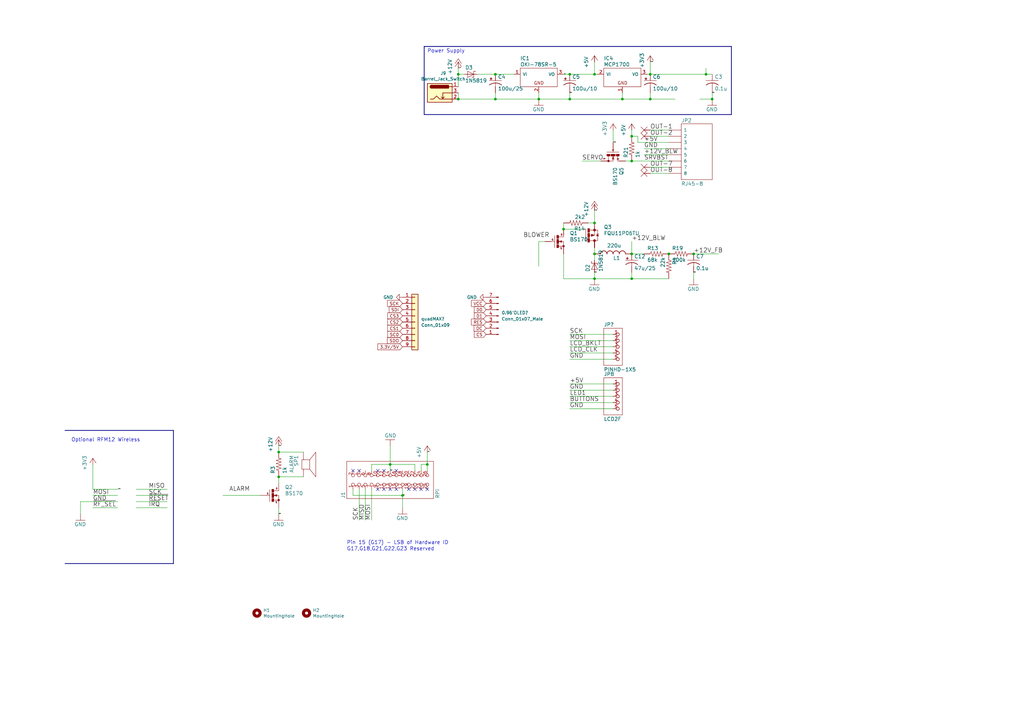
<source format=kicad_sch>
(kicad_sch (version 20211123) (generator eeschema)
  (paper "A3")
  (lib_symbols
    (symbol "Connector:Barrel_Jack_Switch" (pin_names hide)
      (property "Reference" "J" (at 0 5.334 0))
      (property "Value" "Barrel_Jack_Switch" (at 0 -5.08 0))
      (symbol "Barrel_Jack_Switch_0_1"
        (rectangle (start -5.08 3.81) (end 5.08 -3.81) (stroke (width 0.254)) (fill (type background)))
        (arc (start -3.302 3.175) (mid -3.937 2.54) (end -3.302 1.905) (stroke (width 0.254)))
        (arc (start -3.302 3.175) (mid -3.937 2.54) (end -3.302 1.905) (stroke (width 0.254)) (fill (type outline)))
        (polyline (pts (xy 1.27 -2.286) (xy 1.905 -1.651)) (stroke (width 0.254)))
        (polyline (pts (xy 5.08 2.54) (xy 3.81 2.54)) (stroke (width 0.254)))
        (polyline (pts (xy 5.08 0) (xy 1.27 0) (xy 1.27 -2.286) (xy 0.635 -1.651)) (stroke (width 0.254)))
        (polyline (pts (xy -3.81 -2.54) (xy -2.54 -2.54) (xy -1.27 -1.27) (xy 0 -2.54) (xy 2.54 -2.54) (xy 5.08 -2.54)) (stroke (width 0.254)))
        (rectangle (start 3.683 3.175) (end -3.302 1.905) (stroke (width 0.254)) (fill (type outline)))
      )
      (symbol "Barrel_Jack_Switch_1_1"
        (pin passive line (at 7.62 2.54 180) (length 2.54) (name "~") (number "1"))
        (pin passive line (at 7.62 -2.54 180) (length 2.54) (name "~") (number "2"))
        (pin passive line (at 7.62 0 180) (length 2.54) (name "~") (number "3"))
      )
    )
    (symbol "Connector:Conn_01x07_Male" (pin_names (offset 1.016) hide)
      (property "Reference" "J" (at 0 10.16 0))
      (property "Value" "Conn_01x07_Male" (at 0 -10.16 0))
      (symbol "Conn_01x07_Male_1_1"
        (polyline (pts (xy 1.27 -7.62) (xy 0.8636 -7.62)) (stroke (width 0.1524)))
        (polyline (pts (xy 1.27 -5.08) (xy 0.8636 -5.08)) (stroke (width 0.1524)))
        (polyline (pts (xy 1.27 -2.54) (xy 0.8636 -2.54)) (stroke (width 0.1524)))
        (polyline (pts (xy 1.27 0) (xy 0.8636 0)) (stroke (width 0.1524)))
        (polyline (pts (xy 1.27 2.54) (xy 0.8636 2.54)) (stroke (width 0.1524)))
        (polyline (pts (xy 1.27 5.08) (xy 0.8636 5.08)) (stroke (width 0.1524)))
        (polyline (pts (xy 1.27 7.62) (xy 0.8636 7.62)) (stroke (width 0.1524)))
        (rectangle (start 0.8636 -7.493) (end 0 -7.747) (stroke (width 0.1524)) (fill (type outline)))
        (rectangle (start 0.8636 -4.953) (end 0 -5.207) (stroke (width 0.1524)) (fill (type outline)))
        (rectangle (start 0.8636 -2.413) (end 0 -2.667) (stroke (width 0.1524)) (fill (type outline)))
        (rectangle (start 0.8636 0.127) (end 0 -0.127) (stroke (width 0.1524)) (fill (type outline)))
        (rectangle (start 0.8636 2.667) (end 0 2.413) (stroke (width 0.1524)) (fill (type outline)))
        (rectangle (start 0.8636 5.207) (end 0 4.953) (stroke (width 0.1524)) (fill (type outline)))
        (rectangle (start 0.8636 7.747) (end 0 7.493) (stroke (width 0.1524)) (fill (type outline)))
        (pin passive line (at 5.08 7.62 180) (length 3.81) (name "Pin_1") (number "1"))
        (pin passive line (at 5.08 5.08 180) (length 3.81) (name "Pin_2") (number "2"))
        (pin passive line (at 5.08 2.54 180) (length 3.81) (name "Pin_3") (number "3"))
        (pin passive line (at 5.08 0 180) (length 3.81) (name "Pin_4") (number "4"))
        (pin passive line (at 5.08 -2.54 180) (length 3.81) (name "Pin_5") (number "5"))
        (pin passive line (at 5.08 -5.08 180) (length 3.81) (name "Pin_6") (number "6"))
        (pin passive line (at 5.08 -7.62 180) (length 3.81) (name "Pin_7") (number "7"))
      )
    )
    (symbol "Connector_Generic:Conn_01x09" (pin_names (offset 1.016) hide)
      (property "Reference" "J" (at 0 12.7 0))
      (property "Value" "Conn_01x09" (at 0 -12.7 0))
      (symbol "Conn_01x09_1_1"
        (rectangle (start -1.27 -10.033) (end 0 -10.287) (stroke (width 0.1524)))
        (rectangle (start -1.27 -7.493) (end 0 -7.747) (stroke (width 0.1524)))
        (rectangle (start -1.27 -4.953) (end 0 -5.207) (stroke (width 0.1524)))
        (rectangle (start -1.27 -2.413) (end 0 -2.667) (stroke (width 0.1524)))
        (rectangle (start -1.27 0.127) (end 0 -0.127) (stroke (width 0.1524)))
        (rectangle (start -1.27 2.667) (end 0 2.413) (stroke (width 0.1524)))
        (rectangle (start -1.27 5.207) (end 0 4.953) (stroke (width 0.1524)))
        (rectangle (start -1.27 7.747) (end 0 7.493) (stroke (width 0.1524)))
        (rectangle (start -1.27 10.287) (end 0 10.033) (stroke (width 0.1524)))
        (rectangle (start -1.27 11.43) (end 1.27 -11.43) (stroke (width 0.254)) (fill (type background)))
        (pin passive line (at -5.08 10.16 0) (length 3.81) (name "Pin_1") (number "1"))
        (pin passive line (at -5.08 7.62 0) (length 3.81) (name "Pin_2") (number "2"))
        (pin passive line (at -5.08 5.08 0) (length 3.81) (name "Pin_3") (number "3"))
        (pin passive line (at -5.08 2.54 0) (length 3.81) (name "Pin_4") (number "4"))
        (pin passive line (at -5.08 0 0) (length 3.81) (name "Pin_5") (number "5"))
        (pin passive line (at -5.08 -2.54 0) (length 3.81) (name "Pin_6") (number "6"))
        (pin passive line (at -5.08 -5.08 0) (length 3.81) (name "Pin_7") (number "7"))
        (pin passive line (at -5.08 -7.62 0) (length 3.81) (name "Pin_8") (number "8"))
        (pin passive line (at -5.08 -10.16 0) (length 3.81) (name "Pin_9") (number "9"))
      )
    )
    (symbol "HeaterMeterPI-eagle-import:+12V" (power) (pin_names (offset 1.016))
      (property "Value" "+12V" (at -2.54 -5.08 90))
      (symbol "+12V_1_0"
        (polyline (pts (xy 0 0) (xy -1.27 -1.905)))
        (polyline (pts (xy 0 1.27) (xy -1.27 -0.635)))
        (polyline (pts (xy 1.27 -1.905) (xy 0 0)))
        (polyline (pts (xy 1.27 -0.635) (xy 0 1.27)))
        (pin power_in line (at 0 -2.54 90) (length 2.54) (name "+12V") (number "1"))
      )
    )
    (symbol "HeaterMeterPI-eagle-import:+3V3" (power) (pin_names (offset 1.016))
      (property "Value" "+3V3" (at -2.54 -5.08 90))
      (symbol "+3V3_1_0"
        (polyline (pts (xy 0 0) (xy -1.27 -1.905)))
        (polyline (pts (xy 1.27 -1.905) (xy 0 0)))
        (pin power_in line (at 0 -2.54 90) (length 2.54) (name "+3V3") (number "1"))
      )
    )
    (symbol "HeaterMeterPI-eagle-import:+5V" (power) (pin_names (offset 1.016))
      (property "Value" "+5V" (at -2.54 -5.08 90))
      (symbol "+5V_1_0"
        (polyline (pts (xy 0 0) (xy -1.27 -1.905)))
        (polyline (pts (xy 1.27 -1.905) (xy 0 0)))
        (pin power_in line (at 0 -2.54 90) (length 2.54) (name "+5V") (number "1"))
      )
    )
    (symbol "HeaterMeterPI-eagle-import:1N5819" (pin_names (offset 1.016))
      (property "Value" "1N5819" (at -2.286 -3.429 0))
      (symbol "1N5819_1_0"
        (polyline (pts (xy -1.27 -1.27) (xy 1.27 0)))
        (polyline (pts (xy -1.27 1.27) (xy -1.27 -1.27)))
        (polyline (pts (xy 0.635 -1.016) (xy 0.635 -1.27)))
        (polyline (pts (xy 1.27 -1.27) (xy 0.635 -1.27)))
        (polyline (pts (xy 1.27 0) (xy -1.27 1.27)))
        (polyline (pts (xy 1.27 0) (xy 1.27 -1.27)))
        (polyline (pts (xy 1.27 1.27) (xy 1.27 0)))
        (polyline (pts (xy 1.905 1.27) (xy 1.27 1.27)))
        (polyline (pts (xy 1.905 1.27) (xy 1.905 1.016)))
        (pin passive line (at -2.54 0 0) (length 2.54) (name "A") (number "A"))
        (pin passive line (at 2.54 0 180) (length 2.54) (name "C") (number "C"))
      )
    )
    (symbol "HeaterMeterPI-eagle-import:BS170" (pin_names (offset 1.016))
      (property "Reference" "Q" (at 5.08 2.54 0))
      (property "Value" "BS170" (at 5.08 0 0))
      (symbol "BS170_1_0"
        (rectangle (start -0.254 -2.54) (end 0.508 -1.27) (fill (type outline)))
        (rectangle (start -0.254 -0.889) (end 0.508 0.889) (fill (type outline)))
        (rectangle (start -0.254 1.27) (end 0.508 2.54) (fill (type outline)))
        (polyline (pts (xy -1.1176 0) (xy -2.54 0)))
        (polyline (pts (xy -1.1176 0) (xy -1.1176 -2.54)))
        (polyline (pts (xy -1.1176 2.413) (xy -1.1176 0)))
        (polyline (pts (xy 0.508 -1.905) (xy 2.54 -1.905)))
        (polyline (pts (xy 0.508 0) (xy 1.143 0)))
        (polyline (pts (xy 0.508 0) (xy 1.778 0.381)))
        (polyline (pts (xy 1.143 0) (xy 1.651 -0.127)))
        (polyline (pts (xy 1.143 0) (xy 2.54 0)))
        (polyline (pts (xy 1.651 0.127) (xy 1.143 0)))
        (polyline (pts (xy 1.778 -0.381) (xy 0.508 0)))
        (polyline (pts (xy 1.778 0.381) (xy 1.778 -0.381)))
        (polyline (pts (xy 2.54 -1.905) (xy 2.54 -2.54)))
        (polyline (pts (xy 2.54 0) (xy 2.54 -1.905)))
        (polyline (pts (xy 2.54 1.905) (xy 0.5334 1.905)))
        (polyline (pts (xy 2.54 2.54) (xy 2.54 1.905)))
        (circle (center 2.54 -1.905) (radius 0.254) (stroke (width 0.4064)))
        (text "D" (at 1.27 2.413 0) (effects (font (size 0.6858 0.6858)) (justify left bottom)))
        (text "G" (at -2.413 0.381 0) (effects (font (size 0.6858 0.6858)) (justify left bottom)))
        (text "S" (at 1.143 -3.175 0) (effects (font (size 0.6858 0.6858)) (justify left bottom)))
        (pin passive line (at 2.54 5.08 270) (length 2.54) (name "D") (number "D"))
        (pin passive line (at -5.08 0 0) (length 2.54) (name "G") (number "G"))
        (pin passive line (at 2.54 -5.08 90) (length 2.54) (name "S") (number "S"))
      )
    )
    (symbol "HeaterMeterPI-eagle-import:C-US025-025X050" (pin_names (offset 1.016))
      (property "Reference" "C" (at 1.016 0.635 0))
      (property "Value" "C-US025-025X050" (at 1.016 -4.191 0))
      (symbol "C-US025-025X050_1_0"
        (arc (start 0 -1.016) (mid -1.2939 -1.2289) (end -2.4638 -1.8288) (stroke (width 0.254)))
        (polyline (pts (xy -2.54 0) (xy 2.54 0)))
        (polyline (pts (xy 0 -1.016) (xy 0 -2.54)))
        (arc (start 2.4892 -1.8542) (mid 1.3167 -1.2157) (end 0 -0.9906) (stroke (width 0.254)))
        (pin passive line (at 0 2.54 270) (length 2.54) (name "1") (number "1"))
        (pin passive line (at 0 -5.08 90) (length 2.54) (name "2") (number "2"))
      )
    )
    (symbol "HeaterMeterPI-eagle-import:CPOL-USE2.5-5" (pin_names (offset 1.016))
      (property "Reference" "C" (at 1.016 0.635 0))
      (property "Value" "CPOL-USE2.5-5" (at 1.016 -4.191 0))
      (symbol "CPOL-USE2.5-5_1_0"
        (rectangle (start -2.2352 0.6604) (end -1.3462 0.7874) (fill (type outline)))
        (rectangle (start -1.8542 0.2794) (end -1.7272 1.1684) (fill (type outline)))
        (arc (start 0 -1.016) (mid -1.2939 -1.2289) (end -2.4638 -1.8288) (stroke (width 0.254)))
        (polyline (pts (xy -2.54 0) (xy 2.54 0)))
        (polyline (pts (xy 0 -1.016) (xy 0 -2.54)))
        (arc (start 2.4892 -1.8542) (mid 1.3167 -1.2157) (end 0 -0.9906) (stroke (width 0.254)))
        (pin passive line (at 0 2.54 270) (length 2.54) (name "+") (number "+"))
        (pin passive line (at 0 -5.08 90) (length 2.54) (name "-") (number "-"))
      )
    )
    (symbol "HeaterMeterPI-eagle-import:CPOL-USE2.5-6" (pin_names (offset 1.016))
      (property "Reference" "C" (at 1.016 0.635 0))
      (property "Value" "CPOL-USE2.5-6" (at 1.016 -4.191 0))
      (symbol "CPOL-USE2.5-6_1_0"
        (rectangle (start -2.2352 0.6604) (end -1.3462 0.7874) (fill (type outline)))
        (rectangle (start -1.8542 0.2794) (end -1.7272 1.1684) (fill (type outline)))
        (arc (start 0 -1.016) (mid -1.2939 -1.2289) (end -2.4638 -1.8288) (stroke (width 0.254)))
        (polyline (pts (xy -2.54 0) (xy 2.54 0)))
        (polyline (pts (xy 0 -1.016) (xy 0 -2.54)))
        (arc (start 2.4892 -1.8542) (mid 1.3167 -1.2157) (end 0 -0.9906) (stroke (width 0.254)))
        (pin passive line (at 0 2.54 270) (length 2.54) (name "+") (number "+"))
        (pin passive line (at 0 -5.08 90) (length 2.54) (name "-") (number "-"))
      )
    )
    (symbol "HeaterMeterPI-eagle-import:FRAME_A_L" (pin_names (offset 1.016))
      (symbol "FRAME_A_L_2_0"
        (polyline (pts (xy 0 0) (xy 0 5.08)))
        (polyline (pts (xy 0 0) (xy 71.12 0)))
        (polyline (pts (xy 0 5.08) (xy 0 15.24)))
        (polyline (pts (xy 0 5.08) (xy 71.12 5.08)))
        (polyline (pts (xy 0 15.24) (xy 0 22.86)))
        (polyline (pts (xy 0 22.86) (xy 0 35.56)))
        (polyline (pts (xy 0 22.86) (xy 101.6 22.86)))
        (polyline (pts (xy 71.12 0) (xy 101.6 0)))
        (polyline (pts (xy 71.12 5.08) (xy 71.12 0)))
        (polyline (pts (xy 71.12 5.08) (xy 87.63 5.08)))
        (polyline (pts (xy 87.63 5.08) (xy 101.6 5.08)))
        (polyline (pts (xy 87.63 15.24) (xy 0 15.24)))
        (polyline (pts (xy 87.63 15.24) (xy 87.63 5.08)))
        (polyline (pts (xy 101.6 5.08) (xy 101.6 0)))
        (polyline (pts (xy 101.6 15.24) (xy 87.63 15.24)))
        (polyline (pts (xy 101.6 15.24) (xy 101.6 5.08)))
        (polyline (pts (xy 101.6 22.86) (xy 101.6 15.24)))
        (polyline (pts (xy 101.6 35.56) (xy 0 35.56)))
        (polyline (pts (xy 101.6 35.56) (xy 101.6 22.86)))
        (text ">DRAWING_NAME" (at 17.78 19.05 0) (effects (font (size 2.159 2.159)) (justify left bottom)))
        (text ">LAST_DATE_TIME" (at 12.7 1.27 0) (effects (font (size 2.159 2.159)) (justify left bottom)))
        (text ">SHEET" (at 86.36 1.27 0) (effects (font (size 2.159 2.159)) (justify left bottom)))
        (text "Date:" (at 1.27 1.27 0) (effects (font (size 2.159 2.159)) (justify left bottom)))
        (text "Document Number:" (at 1.27 11.43 0) (effects (font (size 2.159 2.159)) (justify left bottom)))
        (text "REV:" (at 88.9 11.43 0) (effects (font (size 2.159 2.159)) (justify left bottom)))
        (text "Sheet:" (at 72.39 1.27 0) (effects (font (size 2.159 2.159)) (justify left bottom)))
        (text "TITLE:" (at 1.27 19.05 0) (effects (font (size 2.159 2.159)) (justify left bottom)))
      )
    )
    (symbol "HeaterMeterPI-eagle-import:GND" (power) (pin_names (offset 1.016))
      (property "Value" "GND" (at -2.54 -2.54 0))
      (symbol "GND_1_0"
        (polyline (pts (xy -1.905 0) (xy 1.905 0)))
        (pin power_in line (at 0 2.54 270) (length 2.54) (name "GND") (number "1"))
      )
    )
    (symbol "HeaterMeterPI-eagle-import:INDUCTOR9MM" (pin_names (offset 1.016))
      (property "Reference" "L" (at -5.08 2.54 0))
      (property "Value" "INDUCTOR9MM" (at -5.08 -2.54 0))
      (symbol "INDUCTOR9MM_1_0"
        (arc (start -3.81 1.27) (mid -4.708 0.898) (end -5.08 0) (stroke (width 0.254)))
        (arc (start -2.54 0) (mid -2.912 0.898) (end -3.81 1.27) (stroke (width 0.254)))
        (arc (start -1.27 1.27) (mid -2.168 0.898) (end -2.54 0) (stroke (width 0.254)))
        (arc (start 0 0) (mid -0.372 0.898) (end -1.27 1.27) (stroke (width 0.254)))
        (arc (start 1.27 1.27) (mid 0.372 0.898) (end 0 0) (stroke (width 0.254)))
        (arc (start 2.54 0) (mid 2.168 0.898) (end 1.27 1.27) (stroke (width 0.254)))
        (arc (start 3.81 1.27) (mid 2.912 0.898) (end 2.54 0) (stroke (width 0.254)))
        (arc (start 5.08 0) (mid 4.708 0.898) (end 3.81 1.27) (stroke (width 0.254)))
        (pin passive line (at 7.62 0 180) (length 2.54) (name "2") (number "NEG"))
        (pin passive line (at -7.62 0 0) (length 2.54) (name "1") (number "POS"))
      )
    )
    (symbol "HeaterMeterPI-eagle-import:MCP1700" (pin_names (offset 1.016))
      (property "Reference" "IC" (at -7.62 5.715 0))
      (property "Value" "MCP1700" (at -7.62 3.175 0))
      (symbol "MCP1700_1_0"
        (polyline (pts (xy -7.62 -5.08) (xy 7.62 -5.08)))
        (polyline (pts (xy -7.62 2.54) (xy -7.62 -5.08)))
        (polyline (pts (xy 7.62 -5.08) (xy 7.62 2.54)))
        (polyline (pts (xy 7.62 2.54) (xy -7.62 2.54)))
        (text "GND" (at -2.032 -4.318 0) (effects (font (size 1.2954 1.2954)) (justify left bottom)))
        (pin passive line (at 0 -7.62 90) (length 2.54) (name "GND") (number "1"))
        (pin input line (at -10.16 0 0) (length 2.54) (name "VI") (number "2"))
        (pin passive line (at 10.16 0 180) (length 2.54) (name "VO") (number "3"))
      )
    )
    (symbol "HeaterMeterPI-eagle-import:MOSFET-P" (pin_names (offset 1.016))
      (property "Value" "MOSFET-P" (at 6.35 0 0))
      (symbol "MOSFET-P_1_0"
        (rectangle (start -0.254 -2.794) (end 0.508 -1.27) (fill (type outline)))
        (rectangle (start -0.254 -0.889) (end 0.508 0.889) (fill (type outline)))
        (rectangle (start -0.254 1.27) (end 0.508 2.794) (fill (type outline)))
        (polyline (pts (xy -1.016 -2.54) (xy -1.016 2.54)))
        (polyline (pts (xy -1.016 2.54) (xy -2.54 2.54)))
        (polyline (pts (xy 0.381 0) (xy 2.54 0)))
        (polyline (pts (xy 0.508 -2.159) (xy 2.54 -2.159)))
        (polyline (pts (xy 2.54 -2.159) (xy 2.54 -2.54)))
        (polyline (pts (xy 2.54 0) (xy 2.54 2.159)))
        (polyline (pts (xy 2.54 2.159) (xy 0.5334 2.159)))
        (polyline (pts (xy 2.54 2.54) (xy 2.54 2.159)))
        (polyline (pts (xy 3.302 0.508) (xy 3.81 0.508)))
        (polyline (pts (xy 3.81 -2.159) (xy 2.54 -2.159)))
        (polyline (pts (xy 3.81 -2.159) (xy 3.81 -0.127)))
        (polyline (pts (xy 3.81 0.508) (xy 3.81 2.159)))
        (polyline (pts (xy 3.81 0.508) (xy 4.318 0.508)))
        (polyline (pts (xy 3.81 2.159) (xy 2.54 2.159)))
        (polyline (pts (xy 2.54 0) (xy 1.27 0.508) (xy 1.27 -0.508)) (fill (type outline)))
        (polyline (pts (xy 3.81 0.508) (xy 3.302 -0.254) (xy 4.318 -0.254)) (fill (type outline)))
        (circle (center 2.54 -2.159) (radius 0.127) (stroke (width 0.4064)))
        (circle (center 2.54 2.159) (radius 0.127) (stroke (width 0.4064)))
        (pin passive line (at -2.54 2.54 0) (length 0) (name "G") (number "1"))
        (pin passive line (at 2.54 -5.08 90) (length 2.54) (name "D") (number "2@1"))
        (pin passive line (at 2.54 -5.08 90) (length 2.54) (name "D") (number "2@2"))
        (pin passive line (at 2.54 5.08 270) (length 2.54) (name "S") (number "3"))
      )
    )
    (symbol "HeaterMeterPI-eagle-import:OKI-78SR-H" (pin_names (offset 1.016))
      (property "Reference" "IC" (at -7.62 5.715 0))
      (property "Value" "OKI-78SR-H" (at -7.62 3.175 0))
      (symbol "OKI-78SR-H_1_0"
        (polyline (pts (xy -7.62 -5.08) (xy 7.62 -5.08)))
        (polyline (pts (xy -7.62 2.54) (xy -7.62 -5.08)))
        (polyline (pts (xy 7.62 -5.08) (xy 7.62 2.54)))
        (polyline (pts (xy 7.62 2.54) (xy -7.62 2.54)))
        (text "GND" (at -2.032 -4.318 0) (effects (font (size 1.2954 1.2954)) (justify left bottom)))
        (pin input line (at -10.16 0 0) (length 2.54) (name "VI") (number "1"))
        (pin passive line (at 0 -7.62 90) (length 2.54) (name "GND") (number "2"))
        (pin passive line (at 10.16 0 180) (length 2.54) (name "VO") (number "3"))
      )
    )
    (symbol "HeaterMeterPI-eagle-import:PINHD-1X5" (pin_names (offset 1.016))
      (property "Reference" "JP" (at -6.35 8.255 0))
      (property "Value" "PINHD-1X5" (at -6.35 -10.16 0))
      (symbol "PINHD-1X5_1_0"
        (polyline (pts (xy -6.35 -7.62) (xy 1.27 -7.62)))
        (polyline (pts (xy -6.35 7.62) (xy -6.35 -7.62)))
        (polyline (pts (xy 1.27 -7.62) (xy 1.27 7.62)))
        (polyline (pts (xy 1.27 7.62) (xy -6.35 7.62)))
        (pin passive inverted (at -2.54 5.08 0) (length 2.54) (name "1") (number "1"))
        (pin passive inverted (at -2.54 2.54 0) (length 2.54) (name "2") (number "2"))
        (pin passive inverted (at -2.54 0 0) (length 2.54) (name "3") (number "3"))
        (pin passive inverted (at -2.54 -2.54 0) (length 2.54) (name "4") (number "4"))
        (pin passive inverted (at -2.54 -5.08 0) (length 2.54) (name "5") (number "5"))
      )
    )
    (symbol "HeaterMeterPI-eagle-import:PINHD-2X13" (pin_names (offset 1.016))
      (property "Reference" "JP" (at -6.35 18.415 0))
      (property "Value" "PINHD-2X13" (at -6.35 -20.32 0))
      (symbol "PINHD-2X13_1_0"
        (polyline (pts (xy -6.35 -17.78) (xy 8.89 -17.78)))
        (polyline (pts (xy -6.35 17.78) (xy -6.35 -17.78)))
        (polyline (pts (xy 8.89 -17.78) (xy 8.89 17.78)))
        (polyline (pts (xy 8.89 17.78) (xy -6.35 17.78)))
        (pin passive inverted (at -2.54 15.24 0) (length 2.54) (name "1") (number "1"))
        (pin passive inverted (at 5.08 5.08 180) (length 2.54) (name "10") (number "10"))
        (pin passive inverted (at -2.54 2.54 0) (length 2.54) (name "11") (number "11"))
        (pin passive inverted (at 5.08 2.54 180) (length 2.54) (name "12") (number "12"))
        (pin passive inverted (at -2.54 0 0) (length 2.54) (name "13") (number "13"))
        (pin passive inverted (at 5.08 0 180) (length 2.54) (name "14") (number "14"))
        (pin passive inverted (at -2.54 -2.54 0) (length 2.54) (name "15") (number "15"))
        (pin passive inverted (at 5.08 -2.54 180) (length 2.54) (name "16") (number "16"))
        (pin passive inverted (at -2.54 -5.08 0) (length 2.54) (name "17") (number "17"))
        (pin passive inverted (at 5.08 -5.08 180) (length 2.54) (name "18") (number "18"))
        (pin passive inverted (at -2.54 -7.62 0) (length 2.54) (name "19") (number "19"))
        (pin passive inverted (at 5.08 15.24 180) (length 2.54) (name "2") (number "2"))
        (pin passive inverted (at 5.08 -7.62 180) (length 2.54) (name "20") (number "20"))
        (pin passive inverted (at -2.54 -10.16 0) (length 2.54) (name "21") (number "21"))
        (pin passive inverted (at 5.08 -10.16 180) (length 2.54) (name "22") (number "22"))
        (pin passive inverted (at -2.54 -12.7 0) (length 2.54) (name "23") (number "23"))
        (pin passive inverted (at 5.08 -12.7 180) (length 2.54) (name "24") (number "24"))
        (pin passive inverted (at -2.54 -15.24 0) (length 2.54) (name "25") (number "25"))
        (pin passive inverted (at 5.08 -15.24 180) (length 2.54) (name "26") (number "26"))
        (pin passive inverted (at -2.54 12.7 0) (length 2.54) (name "3") (number "3"))
        (pin passive inverted (at 5.08 12.7 180) (length 2.54) (name "4") (number "4"))
        (pin passive inverted (at -2.54 10.16 0) (length 2.54) (name "5") (number "5"))
        (pin passive inverted (at 5.08 10.16 180) (length 2.54) (name "6") (number "6"))
        (pin passive inverted (at -2.54 7.62 0) (length 2.54) (name "7") (number "7"))
        (pin passive inverted (at 5.08 7.62 180) (length 2.54) (name "8") (number "8"))
        (pin passive inverted (at -2.54 5.08 0) (length 2.54) (name "9") (number "9"))
      )
    )
    (symbol "HeaterMeterPI-eagle-import:R-US_0204_7" (pin_names (offset 1.016))
      (property "Reference" "R" (at -3.81 1.4986 0))
      (property "Value" "R-US_0204_7" (at -3.81 -3.302 0))
      (symbol "R-US_0204_7_1_0"
        (polyline (pts (xy -2.54 0) (xy -2.159 1.016)))
        (polyline (pts (xy -2.159 1.016) (xy -1.524 -1.016)))
        (polyline (pts (xy -1.524 -1.016) (xy -0.889 1.016)))
        (polyline (pts (xy -0.889 1.016) (xy -0.254 -1.016)))
        (polyline (pts (xy -0.254 -1.016) (xy 0.381 1.016)))
        (polyline (pts (xy 0.381 1.016) (xy 1.016 -1.016)))
        (polyline (pts (xy 1.016 -1.016) (xy 1.651 1.016)))
        (polyline (pts (xy 1.651 1.016) (xy 2.286 -1.016)))
        (polyline (pts (xy 2.286 -1.016) (xy 2.54 0)))
        (pin passive line (at -5.08 0 0) (length 2.54) (name "1") (number "1"))
        (pin passive line (at 5.08 0 180) (length 2.54) (name "2") (number "2"))
      )
    )
    (symbol "HeaterMeterPI-eagle-import:RJ45-8" (pin_names (offset 1.016))
      (property "Value" "RJ45-8" (at -5.08 -15.24 0))
      (symbol "RJ45-8_1_0"
        (polyline (pts (xy -5.08 -12.7) (xy 7.62 -12.7)))
        (polyline (pts (xy -5.08 10.16) (xy -5.08 -12.7)))
        (polyline (pts (xy 7.62 -12.7) (xy 7.62 10.16)))
        (polyline (pts (xy 7.62 10.16) (xy -5.08 10.16)))
        (pin bidirectional line (at -10.16 7.62 0) (length 5.08) (name "1") (number "1"))
        (pin bidirectional line (at -10.16 5.08 0) (length 5.08) (name "2") (number "2"))
        (pin bidirectional line (at -10.16 2.54 0) (length 5.08) (name "3") (number "3"))
        (pin bidirectional line (at -10.16 0 0) (length 5.08) (name "4") (number "4"))
        (pin bidirectional line (at -10.16 -2.54 0) (length 5.08) (name "5") (number "5"))
        (pin bidirectional line (at -10.16 -5.08 0) (length 5.08) (name "6") (number "6"))
        (pin bidirectional line (at -10.16 -7.62 0) (length 5.08) (name "7") (number "7"))
        (pin bidirectional line (at -10.16 -10.16 0) (length 5.08) (name "8") (number "8"))
      )
    )
    (symbol "HeaterMeterPI-eagle-import:SPEAKER_AL11P" (pin_names (offset 1.016))
      (property "Reference" "SP" (at -3.81 6.35 0))
      (property "Value" "SPEAKER_AL11P" (at -3.81 -3.175 0))
      (symbol "SPEAKER_AL11P_1_0"
        (polyline (pts (xy -2.54 0) (xy -1.905 0)))
        (polyline (pts (xy -1.905 -0.635) (xy -1.905 0)))
        (polyline (pts (xy -1.905 -0.635) (xy 1.905 -0.635)))
        (polyline (pts (xy -1.905 0) (xy -1.905 2.54)))
        (polyline (pts (xy -1.905 2.54) (xy -5.08 5.08)))
        (polyline (pts (xy 1.905 -0.635) (xy 1.905 0)))
        (polyline (pts (xy 1.905 0) (xy 1.905 2.54)))
        (polyline (pts (xy 1.905 2.54) (xy -1.905 2.54)))
        (polyline (pts (xy 1.905 2.54) (xy 5.08 5.08)))
        (polyline (pts (xy 2.54 0) (xy 1.905 0)))
        (polyline (pts (xy 5.08 5.08) (xy -5.08 5.08)))
        (pin passive line (at -5.08 0 0) (length 2.54) (name "+") (number "+"))
        (pin passive line (at 5.08 0 180) (length 2.54) (name "-") (number "-"))
      )
    )
    (symbol "HeaterMeterPI-eagle-import:THROUGH-HOLE" (pin_names (offset 1.016))
      (symbol "THROUGH-HOLE_1_0"
        (polyline (pts (xy -1.27 1.27) (xy 1.27 -1.27)))
        (polyline (pts (xy 1.27 1.27) (xy -1.27 -1.27)))
        (pin output line (at -2.54 0 0) (length 2.54) (name "P") (number "P"))
      )
    )
    (symbol "Mechanical:MountingHole" (pin_names (offset 1.016))
      (property "Reference" "H" (at 0 5.08 0))
      (property "Value" "MountingHole" (at 0 3.175 0))
      (symbol "MountingHole_0_1"
        (circle (center 0 0) (radius 1.27) (stroke (width 1.27)))
      )
    )
    (symbol "power:GND" (power) (pin_names (offset 0))
      (property "Value" "GND" (at 0 -3.81 0))
      (symbol "GND_0_1"
        (polyline (pts (xy 0 0) (xy 0 -1.27) (xy 1.27 -1.27) (xy 0 -2.54) (xy -1.27 -1.27) (xy 0 -1.27)))
      )
      (symbol "GND_1_1"
        (pin power_in line (at 0 0 270) (length 0) hide (name "GND") (number "1"))
      )
    )
  )
  (junction (at 233.68 30.48))
  (junction (at 203.2 30.48))
  (junction (at 259.08 114.3))
  (junction (at 233.68 40.64))
  (junction (at 160.02 190.5))
  (junction (at 259.08 55.88))
  (junction (at 266.7 40.64))
  (junction (at 175.26 190.5))
  (junction (at 255.27 40.64))
  (junction (at 259.08 66.04))
  (junction (at 274.32 104.14))
  (junction (at 284.48 104.14))
  (junction (at 243.84 114.3))
  (junction (at 243.84 30.48))
  (junction (at 289.56 30.48))
  (junction (at 259.08 104.14))
  (junction (at 231.14 93.98))
  (junction (at 114.3 195.58))
  (junction (at 243.84 91.44))
  (junction (at 266.7 30.48))
  (junction (at 187.96 30.48))
  (junction (at 220.98 40.64))
  (junction (at 243.84 104.14))
  (junction (at 165.1 203.2))
  (junction (at 292.1 40.64))
  (junction (at 114.3 185.42))
  (junction (at 187.96 40.64))
  (junction (at 203.2 40.64))
  (no_connect (at 172.72 200.66))
  (no_connect (at 170.18 200.66))
  (no_connect (at 157.48 200.66))
  (no_connect (at 162.56 193.04))
  (no_connect (at 147.32 193.04))
  (no_connect (at 154.94 193.04))
  (no_connect (at 154.94 200.66))
  (no_connect (at 162.56 200.66))
  (no_connect (at 167.64 200.66))
  (no_connect (at 144.78 193.04))
  (no_connect (at 160.02 200.66))
  (no_connect (at 175.26 200.66))
  (no_connect (at 157.48 193.04))
  (wire (pts (xy 274.32 55.88) (xy 266.7 55.88)))
  (wire (pts (xy 55.88 200.66) (xy 68.58 200.66)))
  (wire (pts (xy 243.84 114.3) (xy 259.08 114.3)))
  (wire (pts (xy 48.26 200.66) (xy 38.1 200.66)))
  (wire (pts (xy 144.78 203.2) (xy 144.78 200.66)))
  (wire (pts (xy 160.02 190.5) (xy 152.4 190.5)))
  (wire (pts (xy 251.46 160.02) (xy 233.68 160.02)))
  (wire (pts (xy 274.32 71.12) (xy 266.7 71.12)))
  (wire (pts (xy 220.98 40.64) (xy 233.68 40.64)))
  (wire (pts (xy 114.3 195.58) (xy 114.3 198.12)))
  (wire (pts (xy 274.32 58.42) (xy 261.62 58.42)))
  (wire (pts (xy 243.84 30.48) (xy 245.11 30.48)))
  (bus (pts (xy 26.67 176.53) (xy 71.12 176.53)))
  (wire (pts (xy 152.4 200.66) (xy 152.4 213.36)))
  (wire (pts (xy 251.46 139.7) (xy 233.68 139.7)))
  (wire (pts (xy 175.26 190.5) (xy 172.72 190.5)))
  (bus (pts (xy 173.99 46.99) (xy 299.974 46.99)))
  (wire (pts (xy 274.32 63.5) (xy 264.16 63.5)))
  (wire (pts (xy 91.44 203.2) (xy 106.68 203.2)))
  (wire (pts (xy 243.84 111.76) (xy 243.84 114.3)))
  (wire (pts (xy 289.56 27.94) (xy 289.56 30.48)))
  (wire (pts (xy 292.1 40.64) (xy 287.02 40.64)))
  (bus (pts (xy 299.974 19.05) (xy 173.99 19.05)))
  (wire (pts (xy 124.46 195.58) (xy 114.3 195.58)))
  (wire (pts (xy 114.3 210.82) (xy 114.3 208.28)))
  (bus (pts (xy 71.12 176.53) (xy 71.12 231.14)))
  (wire (pts (xy 149.86 200.66) (xy 149.86 213.36)))
  (wire (pts (xy 172.72 190.5) (xy 172.72 193.04)))
  (wire (pts (xy 114.3 182.88) (xy 114.3 185.42)))
  (wire (pts (xy 48.26 205.74) (xy 33.02 205.74)))
  (wire (pts (xy 203.2 40.64) (xy 220.98 40.64)))
  (wire (pts (xy 251.46 165.1) (xy 233.68 165.1)))
  (wire (pts (xy 284.48 111.76) (xy 284.48 114.3)))
  (wire (pts (xy 175.26 185.42) (xy 175.26 190.5)))
  (wire (pts (xy 38.1 200.66) (xy 38.1 190.5)))
  (wire (pts (xy 147.32 213.36) (xy 147.32 200.66)))
  (wire (pts (xy 165.1 203.2) (xy 144.78 203.2)))
  (wire (pts (xy 152.4 190.5) (xy 152.4 193.04)))
  (wire (pts (xy 292.1 38.1) (xy 292.1 40.64)))
  (wire (pts (xy 160.02 193.04) (xy 160.02 190.5)))
  (wire (pts (xy 266.7 30.48) (xy 289.56 30.48)))
  (wire (pts (xy 251.46 167.64) (xy 233.68 167.64)))
  (wire (pts (xy 256.54 66.04) (xy 259.08 66.04)))
  (wire (pts (xy 259.08 114.3) (xy 274.32 114.3)))
  (wire (pts (xy 243.84 86.36) (xy 243.84 91.44)))
  (wire (pts (xy 220.98 99.06) (xy 220.98 109.22)))
  (wire (pts (xy 289.56 30.48) (xy 292.1 30.48)))
  (wire (pts (xy 266.7 40.64) (xy 266.7 38.1)))
  (wire (pts (xy 55.88 208.28) (xy 68.58 208.28)))
  (wire (pts (xy 243.84 104.14) (xy 243.84 106.68)))
  (wire (pts (xy 187.96 30.48) (xy 190.5 30.48)))
  (wire (pts (xy 203.2 30.48) (xy 210.82 30.48)))
  (wire (pts (xy 231.14 114.3) (xy 231.14 104.14)))
  (wire (pts (xy 187.96 27.94) (xy 187.96 30.48)))
  (wire (pts (xy 255.27 40.64) (xy 266.7 40.64)))
  (wire (pts (xy 266.7 25.4) (xy 266.7 30.48)))
  (wire (pts (xy 233.68 30.48) (xy 243.84 30.48)))
  (wire (pts (xy 251.46 162.56) (xy 233.68 162.56)))
  (wire (pts (xy 274.32 53.34) (xy 266.7 53.34)))
  (wire (pts (xy 243.84 101.6) (xy 243.84 104.14)))
  (wire (pts (xy 165.1 203.2) (xy 165.1 208.28)))
  (wire (pts (xy 251.46 157.48) (xy 233.68 157.48)))
  (wire (pts (xy 170.18 190.5) (xy 170.18 193.04)))
  (wire (pts (xy 187.96 30.48) (xy 187.96 35.56)))
  (wire (pts (xy 55.88 203.2) (xy 68.58 203.2)))
  (wire (pts (xy 187.96 40.64) (xy 203.2 40.64)))
  (wire (pts (xy 259.08 53.34) (xy 259.08 55.88)))
  (wire (pts (xy 160.02 190.5) (xy 160.02 182.88)))
  (wire (pts (xy 259.08 55.88) (xy 261.62 55.88)))
  (wire (pts (xy 261.62 55.88) (xy 261.62 58.42)))
  (wire (pts (xy 251.46 142.24) (xy 233.68 142.24)))
  (wire (pts (xy 274.32 68.58) (xy 266.7 68.58)))
  (wire (pts (xy 195.58 30.48) (xy 203.2 30.48)))
  (wire (pts (xy 231.14 30.48) (xy 233.68 30.48)))
  (wire (pts (xy 233.68 40.64) (xy 255.27 40.64)))
  (wire (pts (xy 274.32 60.96) (xy 264.16 60.96)))
  (wire (pts (xy 55.88 205.74) (xy 68.58 205.74)))
  (wire (pts (xy 203.2 38.1) (xy 203.2 40.64)))
  (wire (pts (xy 187.96 40.64) (xy 187.96 38.1)))
  (wire (pts (xy 114.3 185.42) (xy 124.46 185.42)))
  (wire (pts (xy 233.68 38.1) (xy 233.68 40.64)))
  (wire (pts (xy 259.08 66.04) (xy 274.32 66.04)))
  (wire (pts (xy 259.08 104.14) (xy 264.16 104.14)))
  (wire (pts (xy 251.46 147.32) (xy 233.68 147.32)))
  (wire (pts (xy 48.26 203.2) (xy 38.1 203.2)))
  (wire (pts (xy 246.38 66.04) (xy 238.76 66.04)))
  (wire (pts (xy 231.14 93.98) (xy 231.14 91.44)))
  (wire (pts (xy 33.02 205.74) (xy 33.02 210.82)))
  (bus (pts (xy 71.12 231.14) (xy 26.67 231.14)))
  (wire (pts (xy 251.46 144.78) (xy 233.68 144.78)))
  (wire (pts (xy 223.52 99.06) (xy 220.98 99.06)))
  (wire (pts (xy 265.43 30.48) (xy 266.7 30.48)))
  (wire (pts (xy 259.08 104.14) (xy 259.08 99.06)))
  (wire (pts (xy 243.84 91.44) (xy 241.3 91.44)))
  (wire (pts (xy 243.84 25.4) (xy 243.84 30.48)))
  (bus (pts (xy 299.974 46.99) (xy 299.974 19.05)))
  (wire (pts (xy 284.48 104.14) (xy 294.64 104.14)))
  (wire (pts (xy 238.76 93.98) (xy 231.14 93.98)))
  (wire (pts (xy 259.08 111.76) (xy 259.08 114.3)))
  (bus (pts (xy 173.99 19.05) (xy 173.99 46.99)))
  (wire (pts (xy 220.98 38.1) (xy 220.98 40.64)))
  (wire (pts (xy 251.46 137.16) (xy 233.68 137.16)))
  (wire (pts (xy 165.1 203.2) (xy 165.1 200.66)))
  (wire (pts (xy 160.02 190.5) (xy 170.18 190.5)))
  (wire (pts (xy 266.7 40.64) (xy 276.86 40.64)))
  (wire (pts (xy 243.84 114.3) (xy 231.14 114.3)))
  (wire (pts (xy 255.27 38.1) (xy 255.27 40.64)))
  (wire (pts (xy 251.46 58.42) (xy 251.46 53.34)))
  (wire (pts (xy 175.26 190.5) (xy 175.26 193.04)))
  (wire (pts (xy 48.26 208.28) (xy 38.1 208.28)))
  (text "Optional RFM12 Wireless" (at 29.21 181.356 0) (effects (font (size 1.4986 1.4986)) (justify left bottom)))
  (text "Power Supply" (at 175.26 21.844 0) (effects (font (size 1.4986 1.4986)) (justify left bottom)))
  (text "Pin 15 (G17) - LSB of Hardware ID" (at 142.24 223.52 0) (effects (font (size 1.4986 1.4986)) (justify left bottom)))
  (text "G17,G18,G21,G22,G23 Reserved" (at 142.24 226.06 0) (effects (font (size 1.4986 1.4986)) (justify left bottom)))
  (label "LCD_CLK" (at 233.68 144.78 0) (effects (font (size 1.778 1.778))))
  (label "MOSI" (at 233.68 139.7 0) (effects (font (size 1.778 1.778))))
  (label "OUT-8" (at 266.7 71.12 0) (effects (font (size 1.778 1.778))))
  (label "+12V_BLW" (at 264.16 63.5 0) (effects (font (size 1.778 1.778))))
  (label "BLOWER" (at 214.63 97.79 0) (effects (font (size 1.778 1.778))))
  (label "+5V" (at 233.68 157.48 0) (effects (font (size 1.778 1.778))))
  (label "+3V3" (at 251.46 58.42 0) (effects (font (size 0.254 0.254))))
  (label "OUT-2" (at 266.7 55.88 0) (effects (font (size 1.778 1.778))))
  (label "GND" (at 114.3 210.82 0) (effects (font (size 0.254 0.254))))
  (label "SCK" (at 60.96 203.2 0) (effects (font (size 1.778 1.778))))
  (label "+5V" (at 175.26 185.42 0) (effects (font (size 0.254 0.254))))
  (label "+12V_BLW" (at 259.08 99.06 0) (effects (font (size 1.778 1.778))))
  (label "+12V_FB" (at 284.48 104.14 0) (effects (font (size 1.778 1.778))))
  (label "+12V" (at 243.84 86.36 0) (effects (font (size 0.254 0.254))))
  (label "+3V3" (at 266.7 25.4 0) (effects (font (size 0.254 0.254))))
  (label "LCD_BKLT" (at 233.68 142.24 0) (effects (font (size 1.778 1.778))))
  (label "~{IRQ}" (at 60.96 208.28 0) (effects (font (size 1.778 1.778))))
  (label "+12V" (at 114.3 182.88 0) (effects (font (size 0.254 0.254))))
  (label "SCK" (at 233.68 137.16 0) (effects (font (size 1.778 1.778))))
  (label "GND" (at 160.02 193.04 0) (effects (font (size 0.254 0.254))))
  (label "BUTTONS" (at 233.68 165.1 0) (effects (font (size 1.778 1.778))))
  (label "~{RF_SEL}" (at 38.1 208.28 0) (effects (font (size 1.778 1.778))))
  (label "GND" (at 38.1 205.74 0) (effects (font (size 1.778 1.778))))
  (label "MOSI" (at 38.1 203.2 0) (effects (font (size 1.778 1.778))))
  (label "+5V" (at 264.16 58.42 0) (effects (font (size 1.778 1.778))))
  (label "MISO" (at 60.96 200.66 0) (effects (font (size 1.778 1.778))))
  (label "GND" (at 165.1 203.2 0) (effects (font (size 0.254 0.254))))
  (label "ALARM" (at 93.98 201.93 0) (effects (font (size 1.778 1.778))))
  (label "GND" (at 292.1 38.1 0) (effects (font (size 0.254 0.254))))
  (label "SCK" (at 147.32 213.36 90) (effects (font (size 1.778 1.778))))
  (label "GND" (at 264.16 60.96 0) (effects (font (size 1.778 1.778))))
  (label "+5V" (at 231.14 30.48 0) (effects (font (size 0.254 0.254))))
  (label "SERVO" (at 238.76 66.04 0) (effects (font (size 1.778 1.778))))
  (label "+3V3" (at 48.26 200.66 0) (effects (font (size 0.254 0.254))))
  (label "MOSI" (at 152.4 213.36 90) (effects (font (size 1.778 1.778))))
  (label "GND" (at 243.84 111.76 0) (effects (font (size 0.254 0.254))))
  (label "MISO" (at 149.86 213.36 90) (effects (font (size 1.778 1.778))))
  (label "GND" (at 233.68 160.02 0) (effects (font (size 1.778 1.778))))
  (label "LED1" (at 233.68 162.56 0) (effects (font (size 1.778 1.778))))
  (label "GND" (at 284.48 111.76 0) (effects (font (size 0.254 0.254))))
  (label "SRVBST" (at 264.16 66.04 0) (effects (font (size 1.778 1.778))))
  (label "OUT-1" (at 266.7 53.34 0) (effects (font (size 1.778 1.778))))
  (label "~{RESET}" (at 60.96 205.74 0) (effects (font (size 1.778 1.778))))
  (label "+12V" (at 187.96 27.94 0) (effects (font (size 0.254 0.254))))
  (label "OUT-7" (at 266.7 68.58 0) (effects (font (size 1.778 1.778))))
  (label "GND" (at 233.68 167.64 0) (effects (font (size 1.778 1.778))))
  (label "GND" (at 233.68 147.32 0) (effects (font (size 1.778 1.778))))
  (label "GND" (at 233.68 38.1 0) (effects (font (size 0.254 0.254))))
  (global_label "RES" (shape input) (at 199.39 132.08 180) (property "Intersheet References" "${INTERSHEET_REFS}" (effects hide)))
  (global_label "CS3" (shape input) (at 165.1 129.54 180) (property "Intersheet References" "${INTERSHEET_REFS}" (effects hide)))
  (global_label "3.3V{slash}5V" (shape input) (at 165.1 142.24 180) (property "Intersheet References" "${INTERSHEET_REFS}" (effects hide)))
  (global_label "SDI" (shape input) (at 165.1 127 180) (property "Intersheet References" "${INTERSHEET_REFS}" (effects hide)))
  (global_label "CS2" (shape input) (at 165.1 132.08 180) (property "Intersheet References" "${INTERSHEET_REFS}" (effects hide)))
  (global_label "CS" (shape input) (at 199.39 137.16 180) (property "Intersheet References" "${INTERSHEET_REFS}" (effects hide)))
  (global_label "D0" (shape input) (at 199.39 127 180) (property "Intersheet References" "${INTERSHEET_REFS}" (effects hide)))
  (global_label "SC0" (shape input) (at 165.1 137.16 180) (property "Intersheet References" "${INTERSHEET_REFS}" (effects hide)))
  (global_label "DC" (shape input) (at 199.39 134.62 180) (property "Intersheet References" "${INTERSHEET_REFS}" (effects hide)))
  (global_label "CS1" (shape input) (at 165.1 134.62 180) (property "Intersheet References" "${INTERSHEET_REFS}" (effects hide)))
  (global_label "D1" (shape input) (at 199.39 129.54 180) (property "Intersheet References" "${INTERSHEET_REFS}" (effects hide)))
  (global_label "SCK" (shape input) (at 165.1 124.46 180) (property "Intersheet References" "${INTERSHEET_REFS}" (effects hide)))
  (global_label "VCC" (shape input) (at 199.39 124.46 180) (property "Intersheet References" "${INTERSHEET_REFS}" (effects hide)))
  (global_label "SDO" (shape input) (at 165.1 139.7 180) (property "Intersheet References" "${INTERSHEET_REFS}" (effects hide)))
  (symbol (lib_id "HeaterMeterPI-eagle-import:1N5819") (at 243.84 109.22 90) (unit 1)
    (property "Reference" "D2" (at 241.935 111.506 0) (effects (font (size 1.4986 1.4986)) (justify left bottom)))
    (property "Value" "1N5819" (at 247.269 111.506 0) (effects (font (size 1.4986 1.4986)) (justify left bottom)))
    (property "Footprint" "HeaterMeterPI:DO41-7" (effects hide))
  )
  (symbol (lib_id "HeaterMeterPI-eagle-import:GND") (at 114.3 213.36 0) (unit 1)
    (property "Reference" "#GND018" (effects hide))
    (property "Value" "GND" (at 111.76 215.9 0) (effects (font (size 1.4986 1.4986)) (justify left bottom)))
  )
  (symbol (lib_id "HeaterMeterPI-eagle-import:GND") (at 165.1 210.82 0) (unit 1)
    (property "Reference" "#GND03" (effects hide))
    (property "Value" "GND" (at 162.56 213.36 0) (effects (font (size 1.4986 1.4986)) (justify left bottom)))
  )
  (symbol (lib_id "HeaterMeterPI-eagle-import:MOSFET-P") (at 241.3 96.52 0) (unit 1)
    (property "Reference" "Q3" (at 247.65 93.98 0) (effects (font (size 1.4986 1.4986)) (justify left bottom)))
    (property "Value" "FQU11P06TU" (at 247.65 96.52 0) (effects (font (size 1.4986 1.4986)) (justify left bottom)))
    (property "Footprint" "HeaterMeterPI:TO251" (effects hide))
  )
  (symbol (lib_id "HeaterMeterPI-eagle-import:BS170") (at 228.6 99.06 0) (unit 1)
    (property "Reference" "Q1" (at 233.68 96.52 0) (effects (font (size 1.4986 1.4986)) (justify left bottom)))
    (property "Value" "BS170" (at 233.68 99.06 0) (effects (font (size 1.4986 1.4986)) (justify left bottom)))
    (property "Footprint" "HeaterMeterPI:SOT54E" (effects hide))
  )
  (symbol (lib_id "HeaterMeterPI-eagle-import:R-US_0204_7") (at 114.3 190.5 90) (unit 1)
    (property "Reference" "R3" (at 112.8014 194.31 0) (effects (font (size 1.4986 1.4986)) (justify left bottom)))
    (property "Value" "1k" (at 117.602 194.31 0) (effects (font (size 1.4986 1.4986)) (justify left bottom)))
    (property "Footprint" "HeaterMeterPI:0204_7" (effects hide))
  )
  (symbol (lib_id "HeaterMeterPI-eagle-import:SPEAKER_AL11P") (at 124.46 190.5 270) (unit 1)
    (property "Reference" "SP1" (at 120.65 186.69 0) (effects (font (size 1.4986 1.4986)) (justify left bottom)))
    (property "Value" "ALARM" (at 118.745 186.69 0) (effects (font (size 1.4986 1.4986)) (justify left bottom)))
    (property "Footprint" "HeaterMeterPI:AL11P" (effects hide))
  )
  (symbol (lib_id "HeaterMeterPI-eagle-import:FRAME_A_L") (at 22.86 231.14 0) (unit 1)
    (property "Reference" "#FRAME2" (effects hide))
    (property "Value" "FRAME" (effects hide))
  )
  (symbol (lib_id "HeaterMeterPI-eagle-import:PINHD-1X5") (at 254 142.24 0) (unit 1)
    (property "Reference" "JP?" (at 247.65 133.985 0) (effects (font (size 1.4986 1.4986)) (justify left bottom)))
    (property "Value" "PINHD-1X5" (at 247.65 152.4 0) (effects (font (size 1.4986 1.4986)) (justify left bottom)))
    (property "Footprint" "Connector_PinHeader_2.54mm:PinHeader_1x07_P2.54mm_Vertical" (effects hide))
  )
  (symbol (lib_id "HeaterMeterPI-eagle-import:INDUCTOR9MM") (at 251.46 104.14 0) (unit 1)
    (property "Reference" "L1" (at 251.46 106.68 0) (effects (font (size 1.4986 1.4986)) (justify left bottom)))
    (property "Value" "220u" (at 248.92 101.6 0) (effects (font (size 1.4986 1.4986)) (justify left bottom)))
    (property "Footprint" "HeaterMeterPI:E5-9" (effects hide))
  )
  (symbol (lib_id "HeaterMeterPI-eagle-import:CPOL-USE2.5-6") (at 203.2 33.02 0) (unit 1)
    (property "Reference" "C4" (at 204.216 32.385 0) (effects (font (size 1.4986 1.4986)) (justify left bottom)))
    (property "Value" "100u/25" (at 204.216 37.211 0) (effects (font (size 1.4986 1.4986)) (justify left bottom)))
    (property "Footprint" "HeaterMeterPI:E2,5-6" (effects hide))
  )
  (symbol (lib_id "HeaterMeterPI-eagle-import:+5V") (at 259.08 50.8 0) (unit 1)
    (property "Reference" "#P+04" (effects hide))
    (property "Value" "+5V" (at 256.54 55.88 90) (effects (font (size 1.4986 1.4986)) (justify left bottom)))
  )
  (symbol (lib_id "HeaterMeterPI-eagle-import:+12V") (at 114.3 180.34 0) (unit 1)
    (property "Reference" "#P+03" (effects hide))
    (property "Value" "+12V" (at 111.76 185.42 90) (effects (font (size 1.4986 1.4986)) (justify left bottom)))
  )
  (symbol (lib_id "HeaterMeterPI-eagle-import:R-US_0204_7") (at 279.4 104.14 0) (unit 1)
    (property "Reference" "R19" (at 275.59 102.6414 0) (effects (font (size 1.4986 1.4986)) (justify left bottom)))
    (property "Value" "100k" (at 275.59 107.442 0) (effects (font (size 1.4986 1.4986)) (justify left bottom)))
    (property "Footprint" "HeaterMeterPI:0204_7" (effects hide))
  )
  (symbol (lib_id "HeaterMeterPI-eagle-import:GND") (at 243.84 116.84 0) (unit 1)
    (property "Reference" "#GND011" (effects hide))
    (property "Value" "GND" (at 241.3 119.38 0) (effects (font (size 1.4986 1.4986)) (justify left bottom)))
  )
  (symbol (lib_id "HeaterMeterPI-eagle-import:R-US_0204_7") (at 269.24 104.14 0) (unit 1)
    (property "Reference" "R13" (at 265.43 102.6414 0) (effects (font (size 1.4986 1.4986)) (justify left bottom)))
    (property "Value" "68k" (at 265.43 107.442 0) (effects (font (size 1.4986 1.4986)) (justify left bottom)))
    (property "Footprint" "HeaterMeterPI:0204_7" (effects hide))
  )
  (symbol (lib_id "Connector:Barrel_Jack_Switch") (at 180.34 38.1 0) (unit 1)
    (property "Reference" "J9" (at 181.7878 30.0482 0))
    (property "Value" "Barrel_Jack_Switch" (at 181.7878 32.3596 0))
    (property "Footprint" "Connector_BarrelJack:BarrelJack_Horizontal" (effects hide))
  )
  (symbol (lib_id "Mechanical:MountingHole") (at 105.41 251.46 0) (unit 1)
    (property "Reference" "H1" (at 107.95 250.2916 0) (effects (justify left)))
    (property "Value" "MountingHole" (at 107.95 252.603 0) (effects (justify left)))
    (property "Footprint" "MountingHole:MountingHole_3.2mm_M3_ISO14580" (effects hide))
  )
  (symbol (lib_id "Mechanical:MountingHole") (at 125.73 251.46 0) (unit 1)
    (property "Reference" "H2" (at 128.27 250.2916 0) (effects (justify left)))
    (property "Value" "MountingHole" (at 128.27 252.603 0) (effects (justify left)))
    (property "Footprint" "MountingHole:MountingHole_3.2mm_M3_ISO14580" (effects hide))
  )
  (symbol (lib_id "HeaterMeterPI-eagle-import:+12V") (at 243.84 83.82 0) (unit 1)
    (property "Reference" "#P+02" (effects hide))
    (property "Value" "+12V" (at 241.3 88.9 90) (effects (font (size 1.4986 1.4986)) (justify left bottom)))
  )
  (symbol (lib_id "HeaterMeterPI-eagle-import:THROUGH-HOLE") (at 264.16 55.88 180) (unit 1)
    (property "Reference" "U$4" (effects hide))
    (property "Value" "THROUGH-HOLE" (effects hide))
    (property "Footprint" "HeaterMeterPI:PAD-032" (effects hide))
  )
  (symbol (lib_id "HeaterMeterPI-eagle-import:+5V") (at 175.26 182.88 0) (unit 1)
    (property "Reference" "#P+01" (effects hide))
    (property "Value" "+5V" (at 172.72 187.96 90) (effects (font (size 1.4986 1.4986)) (justify left bottom)))
  )
  (symbol (lib_id "HeaterMeterPI-eagle-import:THROUGH-HOLE") (at 264.16 53.34 180) (unit 1)
    (property "Reference" "U$3" (effects hide))
    (property "Value" "THROUGH-HOLE" (effects hide))
    (property "Footprint" "HeaterMeterPI:PAD-032" (effects hide))
  )
  (symbol (lib_id "HeaterMeterPI-eagle-import:CPOL-USE2.5-5") (at 266.7 33.02 0) (unit 1)
    (property "Reference" "C6" (at 267.716 32.385 0) (effects (font (size 1.4986 1.4986)) (justify left bottom)))
    (property "Value" "100u/10" (at 267.716 37.211 0) (effects (font (size 1.4986 1.4986)) (justify left bottom)))
    (property "Footprint" "HeaterMeterPI:E2,5-5" (effects hide))
  )
  (symbol (lib_id "HeaterMeterPI-eagle-import:R-US_0204_7") (at 274.32 109.22 270) (unit 1)
    (property "Reference" "R4" (at 275.8186 105.41 0) (effects (font (size 1.4986 1.4986)) (justify left bottom)))
    (property "Value" "22k" (at 271.018 105.41 0) (effects (font (size 1.4986 1.4986)) (justify left bottom)))
    (property "Footprint" "HeaterMeterPI:0204_7" (effects hide))
  )
  (symbol (lib_id "HeaterMeterPI-eagle-import:+3V3") (at 266.7 22.86 0) (unit 1)
    (property "Reference" "#+3V01" (effects hide))
    (property "Value" "+3V3" (at 264.16 27.94 90) (effects (font (size 1.4986 1.4986)) (justify left bottom)))
  )
  (symbol (lib_id "HeaterMeterPI-eagle-import:THROUGH-HOLE") (at 264.16 68.58 180) (unit 1)
    (property "Reference" "U$2" (effects hide))
    (property "Value" "THROUGH-HOLE" (effects hide))
    (property "Footprint" "HeaterMeterPI:PAD-032" (effects hide))
  )
  (symbol (lib_id "HeaterMeterPI-eagle-import:THROUGH-HOLE") (at 264.16 71.12 180) (unit 1)
    (property "Reference" "U$1" (effects hide))
    (property "Value" "THROUGH-HOLE" (effects hide))
    (property "Footprint" "HeaterMeterPI:PAD-032" (effects hide))
  )
  (symbol (lib_id "HeaterMeterPI-eagle-import:GND") (at 33.02 213.36 0) (unit 1)
    (property "Reference" "#GND012" (effects hide))
    (property "Value" "GND" (at 30.48 215.9 0) (effects (font (size 1.4986 1.4986)) (justify left bottom)))
  )
  (symbol (lib_id "HeaterMeterPI-eagle-import:GND") (at 292.1 43.18 0) (unit 1)
    (property "Reference" "#GND01" (effects hide))
    (property "Value" "GND" (at 289.56 45.72 0) (effects (font (size 1.4986 1.4986)) (justify left bottom)))
  )
  (symbol (lib_id "HeaterMeterPI-eagle-import:R-US_0204_7") (at 259.08 60.96 90) (unit 1)
    (property "Reference" "R21" (at 257.5814 64.77 0) (effects (font (size 1.4986 1.4986)) (justify left bottom)))
    (property "Value" "1k" (at 262.382 64.77 0) (effects (font (size 1.4986 1.4986)) (justify left bottom)))
    (property "Footprint" "HeaterMeterPI:0204_7" (effects hide))
  )
  (symbol (lib_id "HeaterMeterPI-eagle-import:CPOL-USE2.5-5") (at 259.08 106.68 0) (unit 1)
    (property "Reference" "C12" (at 260.096 106.045 0) (effects (font (size 1.4986 1.4986)) (justify left bottom)))
    (property "Value" "47u/25" (at 260.096 110.871 0) (effects (font (size 1.4986 1.4986)) (justify left bottom)))
    (property "Footprint" "HeaterMeterPI:E2,5-5" (effects hide))
  )
  (symbol (lib_id "HeaterMeterPI-eagle-import:BS170") (at 251.46 63.5 270) (unit 1)
    (property "Reference" "Q5" (at 254 68.58 0) (effects (font (size 1.4986 1.4986)) (justify left bottom)))
    (property "Value" "BS170" (at 251.46 68.58 0) (effects (font (size 1.4986 1.4986)) (justify left bottom)))
    (property "Footprint" "HeaterMeterPI:SOT54E" (effects hide))
  )
  (symbol (lib_id "HeaterMeterPI-eagle-import:PINHD-2X13") (at 160.02 198.12 90) (unit 1)
    (property "Reference" "J1" (at 141.605 204.47 0) (effects (font (size 1.4986 1.4986)) (justify left bottom)))
    (property "Value" "RPi" (at 180.34 204.47 0) (effects (font (size 1.4986 1.4986)) (justify left bottom)))
    (property "Footprint" "HeaterMeterPI:2X13" (effects hide))
  )
  (symbol (lib_id "HeaterMeterPI-eagle-import:+3V3") (at 251.46 50.8 0) (unit 1)
    (property "Reference" "#+3V011" (effects hide))
    (property "Value" "+3V3" (at 248.92 55.88 90) (effects (font (size 1.4986 1.4986)) (justify left bottom)))
  )
  (symbol (lib_id "HeaterMeterPI-eagle-import:C-US025-025X050") (at 292.1 33.02 0) (unit 1)
    (property "Reference" "C3" (at 293.116 32.385 0) (effects (font (size 1.4986 1.4986)) (justify left bottom)))
    (property "Value" "0.1u" (at 293.116 37.211 0) (effects (font (size 1.4986 1.4986)) (justify left bottom)))
    (property "Footprint" "HeaterMeterPI:C025-025X050" (effects hide))
  )
  (symbol (lib_id "HeaterMeterPI-eagle-import:RJ45-8") (at 284.48 60.96 0) (unit 1)
    (property "Reference" "JP2" (at 279.4 50.292 0) (effects (font (size 1.4986 1.4986)) (justify left bottom)))
    (property "Value" "RJ45-8" (at 279.4 76.2 0) (effects (font (size 1.4986 1.4986)) (justify left bottom)))
    (property "Footprint" "HeaterMeterPI:RJ45-8-1H" (effects hide))
  )
  (symbol (lib_id "HeaterMeterPI-eagle-import:+5V") (at 243.84 22.86 0) (unit 1)
    (property "Reference" "#P+012" (effects hide))
    (property "Value" "+5V" (at 241.3 27.94 90) (effects (font (size 1.4986 1.4986)) (justify left bottom)))
  )
  (symbol (lib_id "HeaterMeterPI-eagle-import:GND") (at 284.48 116.84 0) (unit 1)
    (property "Reference" "#GND017" (effects hide))
    (property "Value" "GND" (at 281.94 119.38 0) (effects (font (size 1.4986 1.4986)) (justify left bottom)))
  )
  (symbol (lib_id "HeaterMeterPI-eagle-import:CPOL-USE2.5-5") (at 233.68 33.02 0) (unit 1)
    (property "Reference" "C5" (at 234.696 32.385 0) (effects (font (size 1.4986 1.4986)) (justify left bottom)))
    (property "Value" "100u/10" (at 234.696 37.211 0) (effects (font (size 1.4986 1.4986)) (justify left bottom)))
    (property "Footprint" "HeaterMeterPI:E2,5-5" (effects hide))
  )
  (symbol (lib_id "HeaterMeterPI-eagle-import:OKI-78SR-H") (at 220.98 30.48 0) (unit 1)
    (property "Reference" "IC1" (at 213.36 24.765 0) (effects (font (size 1.4986 1.4986)) (justify left bottom)))
    (property "Value" "OKI-78SR-5" (at 213.36 27.305 0) (effects (font (size 1.4986 1.4986)) (justify left bottom)))
    (property "Footprint" "HeaterMeterPI:TO220HMURATA" (effects hide))
  )
  (symbol (lib_id "HeaterMeterPI-eagle-import:PINHD-1X5") (at 254 162.56 0) (unit 1)
    (property "Reference" "JP8" (at 247.65 154.305 0) (effects (font (size 1.4986 1.4986)) (justify left bottom)))
    (property "Value" "LCD2F" (at 247.65 172.72 0) (effects (font (size 1.4986 1.4986)) (justify left bottom)))
    (property "Footprint" "HeaterMeterPI:1X05" (effects hide))
  )
  (symbol (lib_id "HeaterMeterPI-eagle-import:C-US025-025X050") (at 284.48 106.68 0) (unit 1)
    (property "Reference" "C7" (at 285.496 106.045 0) (effects (font (size 1.4986 1.4986)) (justify left bottom)))
    (property "Value" "0.1u" (at 285.496 110.871 0) (effects (font (size 1.4986 1.4986)) (justify left bottom)))
    (property "Footprint" "HeaterMeterPI:C025-025X050" (effects hide))
  )
  (symbol (lib_id "HeaterMeterPI-eagle-import:+3V3") (at 38.1 187.96 0) (unit 1)
    (property "Reference" "#+3V03" (effects hide))
    (property "Value" "+3V3" (at 35.56 193.04 90) (effects (font (size 1.4986 1.4986)) (justify left bottom)))
  )
  (symbol (lib_id "HeaterMeterPI-eagle-import:1N5819") (at 193.04 30.48 0) (unit 1)
    (property "Reference" "D3" (at 190.754 28.575 0) (effects (font (size 1.4986 1.4986)) (justify left bottom)))
    (property "Value" "1N5819" (at 190.754 33.909 0) (effects (font (size 1.4986 1.4986)) (justify left bottom)))
    (property "Footprint" "HeaterMeterPI:DO41-7" (effects hide))
  )
  (symbol (lib_id "HeaterMeterPI-eagle-import:GND") (at 160.02 180.34 180) (unit 1)
    (property "Reference" "#GND019" (effects hide))
    (property "Value" "GND" (at 162.56 177.8 0) (effects (font (size 1.4986 1.4986)) (justify left bottom)))
  )
  (symbol (lib_id "HeaterMeterPI-eagle-import:GND") (at 220.98 43.18 0) (unit 1)
    (property "Reference" "#GND06" (effects hide))
    (property "Value" "GND" (at 218.44 45.72 0) (effects (font (size 1.4986 1.4986)) (justify left bottom)))
  )
  (symbol (lib_id "HeaterMeterPI-eagle-import:MCP1700") (at 255.27 30.48 0) (unit 1)
    (property "Reference" "IC4" (at 247.65 24.765 0) (effects (font (size 1.4986 1.4986)) (justify left bottom)))
    (property "Value" "MCP1700" (at 247.65 27.305 0) (effects (font (size 1.4986 1.4986)) (justify left bottom)))
    (property "Footprint" "HeaterMeterPI:TO92" (effects hide))
  )
  (symbol (lib_id "HeaterMeterPI-eagle-import:+12V") (at 187.96 25.4 0) (unit 1)
    (property "Reference" "#P+07" (effects hide))
    (property "Value" "+12V" (at 185.42 30.48 90) (effects (font (size 1.4986 1.4986)) (justify left bottom)))
  )
  (symbol (lib_id "HeaterMeterPI-eagle-import:BS170") (at 111.76 203.2 0) (unit 1)
    (property "Reference" "Q2" (at 116.84 200.66 0) (effects (font (size 1.4986 1.4986)) (justify left bottom)))
    (property "Value" "BS170" (at 116.84 203.2 0) (effects (font (size 1.4986 1.4986)) (justify left bottom)))
    (property "Footprint" "HeaterMeterPI:SOT54E" (effects hide))
  )
  (symbol (lib_id "HeaterMeterPI-eagle-import:R-US_0204_7") (at 236.22 91.44 180) (unit 1)
    (property "Reference" "R14" (at 240.03 92.9386 0) (effects (font (size 1.4986 1.4986)) (justify left bottom)))
    (property "Value" "2k2" (at 240.03 88.138 0) (effects (font (size 1.4986 1.4986)) (justify left bottom)))
    (property "Footprint" "HeaterMeterPI:0204_7" (effects hide))
  )
  (symbol (lib_id "power:GND") (at 199.39 121.92 270) (unit 1)
    (property "Reference" "#PWR?" (effects hide))
    (property "Value" "GND" (at 195.58 121.9199 90) (effects (justify right)))
  )
  (symbol (lib_id "Connector_Generic:Conn_01x09") (at 170.18 132.08 0) (unit 1)
    (property "Reference" "quadMAX?" (at 172.72 130.8099 0) (effects (justify left)))
    (property "Value" "Conn_01x09" (at 172.72 133.3499 0) (effects (justify left)))
    (property "Footprint" "Connector_PinHeader_2.54mm:PinHeader_1x09_P2.54mm_Vertical" (effects hide))
  )
  (symbol (lib_id "power:GND") (at 165.1 121.92 270) (unit 1)
    (property "Reference" "#PWR?" (effects hide))
    (property "Value" "GND" (at 161.29 121.9199 90) (effects (justify right)))
  )
  (symbol (lib_id "Connector:Conn_01x07_Male") (at 204.47 129.54 180) (unit 1)
    (property "Reference" "0.96'OLED?" (at 205.74 128.2699 0) (effects (justify right)))
    (property "Value" "Conn_01x07_Male" (at 205.74 130.8099 0) (effects (justify right)))
  )
)
</source>
